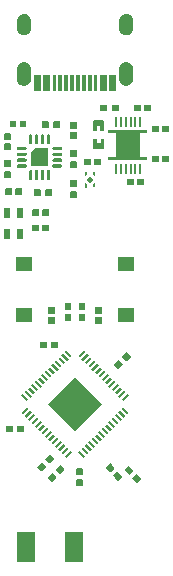
<source format=gtp>
G04 Layer: TopPasteMaskLayer*
G04 EasyEDA v6.5.50, 2025-05-29 20:10:11*
G04 51d2a156a5c9454999fc887beed5754f,29d699c3718f4358a2dc827e738e4458,10*
G04 Gerber Generator version 0.2*
G04 Scale: 100 percent, Rotated: No, Reflected: No *
G04 Dimensions in inches *
G04 leading zeros omitted , absolute positions ,3 integer and 6 decimal *
%FSLAX36Y36*%
%MOIN*%

%AMMACRO1*21,1,$1,$2,0,0,$3*%
%AMMACRO2*4,1,12,0.065,-0.05,-0.065,-0.05,-0.065,-0.04,-0.04,-0.04,-0.04,0.04,-0.065,0.04,-0.065,0.05,0.065,0.05,0.065,0.04,0.04,0.04,0.04,-0.04,0.065,-0.04,0.065,-0.05,0*%
%AMMACRO3*4,1,5,0.0039,-0.0079,-0.0039,-0.0079,-0.0039,0.002,0.002,0.0079,0.0039,0.0079,0.0039,-0.0079,0*%
%AMMACRO4*4,1,5,-0.0039,0.0079,0.0039,0.0079,0.0039,-0.002,-0.002,-0.0079,-0.0039,-0.0079,-0.0039,0.0079,0*%
%AMMACRO5*4,1,5,0.0039,0.0079,-0.0039,0.0079,-0.0039,-0.002,0.002,-0.0079,0.0039,-0.0079,0.0039,0.0079,0*%
%AMMACRO6*4,1,5,0.0039,-0.0089,-0.0039,-0.0089,-0.0039,0.0089,-0.002,0.0069,0.0039,0.001,0.0039,-0.0089,0*%
%ADD10MACRO1,0.0535X0.0484X0.0000*%
%ADD11R,0.0079X0.0335*%
%ADD12MACRO2*%
%ADD13R,0.0217X0.0335*%
%ADD14R,0.0591X0.1024*%
%ADD15MACRO1,0.0177X0.0177X45.0000*%
%ADD16MACRO3*%
%ADD17MACRO4*%
%ADD18MACRO5*%
%ADD19MACRO6*%
%ADD20C,0.0104*%

%LPD*%
G36*
X-137800Y123200D02*
G01*
X-137800Y72020D01*
X-114179Y72020D01*
X-114179Y123200D01*
G37*
G36*
X23620Y123200D02*
G01*
X23620Y72020D01*
X35420Y72020D01*
X35420Y123200D01*
G37*
G36*
X114160Y123200D02*
G01*
X114160Y72020D01*
X137780Y72020D01*
X137780Y123200D01*
G37*
G36*
X-15760Y123200D02*
G01*
X-15760Y72020D01*
X-3940Y72020D01*
X-3940Y123200D01*
G37*
G36*
X-74820Y123200D02*
G01*
X-74820Y72020D01*
X-63000Y72020D01*
X-63000Y123200D01*
G37*
G36*
X43300Y123200D02*
G01*
X43300Y72020D01*
X55100Y72020D01*
X55100Y123200D01*
G37*
G36*
X-55119Y123200D02*
G01*
X-55119Y72020D01*
X-43300Y72020D01*
X-43300Y123200D01*
G37*
G36*
X-35440Y123200D02*
G01*
X-35440Y72020D01*
X-23640Y72020D01*
X-23640Y123200D01*
G37*
G36*
X62980Y123200D02*
G01*
X62980Y72020D01*
X74800Y72020D01*
X74800Y123200D01*
G37*
G36*
X3920Y123200D02*
G01*
X3920Y72020D01*
X15740Y72020D01*
X15740Y123200D01*
G37*
G36*
X82660Y123200D02*
G01*
X82660Y72020D01*
X106280Y72020D01*
X106280Y123200D01*
G37*
G36*
X169680Y167220D02*
G01*
X167340Y167060D01*
X165020Y166640D01*
X162740Y166000D01*
X160560Y165140D01*
X158460Y164080D01*
X156480Y162800D01*
X154640Y161320D01*
X152960Y159680D01*
X151440Y157880D01*
X150120Y155940D01*
X148980Y153860D01*
X148080Y151700D01*
X147380Y149440D01*
X146920Y147140D01*
X146680Y144800D01*
X146640Y112120D01*
X146760Y109760D01*
X147120Y107440D01*
X147700Y105160D01*
X148500Y102940D01*
X149520Y100820D01*
X150760Y98820D01*
X152180Y96940D01*
X153780Y95200D01*
X155540Y93640D01*
X157460Y92280D01*
X159500Y91100D01*
X161640Y90120D01*
X163880Y89380D01*
X166160Y88859D01*
X168500Y88560D01*
X170859Y88500D01*
X173200Y88680D01*
X175520Y89080D01*
X177800Y89720D01*
X179980Y90580D01*
X182079Y91660D01*
X184060Y92940D01*
X185900Y94400D01*
X187580Y96060D01*
X189100Y97860D01*
X190420Y99800D01*
X191560Y101860D01*
X192460Y104040D01*
X193160Y106280D01*
X193619Y108600D01*
X193860Y110940D01*
X193900Y143620D01*
X193780Y145960D01*
X193420Y148300D01*
X192840Y150580D01*
X192040Y152780D01*
X191020Y154920D01*
X189780Y156920D01*
X188359Y158800D01*
X186759Y160520D01*
X185000Y162079D01*
X183080Y163460D01*
X181040Y164640D01*
X178900Y165600D01*
X176660Y166360D01*
X174380Y166880D01*
X172040Y167180D01*
G37*
G36*
X-170880Y167220D02*
G01*
X-173220Y167060D01*
X-175539Y166640D01*
X-177820Y166000D01*
X-180000Y165140D01*
X-182100Y164080D01*
X-184080Y162800D01*
X-185920Y161320D01*
X-187600Y159680D01*
X-189120Y157880D01*
X-190440Y155940D01*
X-191580Y153860D01*
X-192480Y151700D01*
X-193180Y149440D01*
X-193640Y147140D01*
X-193880Y144800D01*
X-193920Y112120D01*
X-193800Y109760D01*
X-193440Y107440D01*
X-192860Y105160D01*
X-192060Y102940D01*
X-191040Y100820D01*
X-189800Y98820D01*
X-188380Y96940D01*
X-186780Y95200D01*
X-185020Y93640D01*
X-183100Y92280D01*
X-181060Y91100D01*
X-178920Y90120D01*
X-176680Y89380D01*
X-174400Y88859D01*
X-172060Y88560D01*
X-169700Y88500D01*
X-167360Y88680D01*
X-165040Y89080D01*
X-162760Y89720D01*
X-160580Y90580D01*
X-158480Y91660D01*
X-156500Y92940D01*
X-154660Y94400D01*
X-152980Y96060D01*
X-151460Y97860D01*
X-150140Y99800D01*
X-149000Y101860D01*
X-148100Y104040D01*
X-147400Y106280D01*
X-146940Y108600D01*
X-146700Y110940D01*
X-146660Y143620D01*
X-146780Y145960D01*
X-147140Y148300D01*
X-147720Y150580D01*
X-148520Y152780D01*
X-149540Y154920D01*
X-150780Y156920D01*
X-152200Y158800D01*
X-153800Y160520D01*
X-155560Y162079D01*
X-157480Y163460D01*
X-159520Y164640D01*
X-161660Y165600D01*
X-163900Y166360D01*
X-166180Y166880D01*
X-168520Y167180D01*
G37*
G36*
X169680Y327860D02*
G01*
X167340Y327680D01*
X165020Y327260D01*
X162740Y326640D01*
X160560Y325780D01*
X158460Y324700D01*
X156480Y323420D01*
X154640Y321960D01*
X152960Y320300D01*
X151440Y318500D01*
X150120Y316560D01*
X148980Y314480D01*
X148080Y312320D01*
X147380Y310060D01*
X146920Y307760D01*
X146680Y305420D01*
X146640Y280620D01*
X146760Y278260D01*
X147120Y275940D01*
X147700Y273660D01*
X148500Y271440D01*
X149520Y269320D01*
X150760Y267320D01*
X152180Y265440D01*
X153780Y263700D01*
X155540Y262160D01*
X157460Y260780D01*
X159500Y259600D01*
X161640Y258619D01*
X163880Y257880D01*
X166160Y257360D01*
X168500Y257060D01*
X170859Y257000D01*
X173200Y257180D01*
X175520Y257580D01*
X177800Y258220D01*
X179980Y259080D01*
X182079Y260159D01*
X184060Y261439D01*
X185900Y262900D01*
X187580Y264560D01*
X189100Y266360D01*
X190420Y268300D01*
X191560Y270360D01*
X192460Y272540D01*
X193160Y274780D01*
X193619Y277100D01*
X193860Y279440D01*
X193900Y304240D01*
X193780Y306600D01*
X193420Y308920D01*
X192840Y311200D01*
X192040Y313420D01*
X191020Y315540D01*
X189780Y317540D01*
X188359Y319420D01*
X186759Y321140D01*
X185000Y322700D01*
X183080Y324080D01*
X181040Y325260D01*
X178900Y326220D01*
X176660Y326980D01*
X174380Y327500D01*
X172040Y327800D01*
G37*
G36*
X-170880Y327860D02*
G01*
X-173220Y327680D01*
X-175539Y327260D01*
X-177820Y326640D01*
X-180000Y325780D01*
X-182100Y324700D01*
X-184080Y323420D01*
X-185920Y321960D01*
X-187600Y320300D01*
X-189120Y318500D01*
X-190440Y316560D01*
X-191580Y314480D01*
X-192480Y312320D01*
X-193180Y310060D01*
X-193640Y307760D01*
X-193880Y305420D01*
X-193920Y280620D01*
X-193800Y278260D01*
X-193440Y275940D01*
X-192860Y273660D01*
X-192060Y271440D01*
X-191040Y269320D01*
X-189800Y267320D01*
X-188380Y265440D01*
X-186780Y263700D01*
X-185020Y262160D01*
X-183100Y260780D01*
X-181060Y259600D01*
X-178920Y258619D01*
X-176680Y257880D01*
X-174400Y257360D01*
X-172060Y257060D01*
X-169700Y257000D01*
X-167360Y257180D01*
X-165040Y257580D01*
X-162760Y258220D01*
X-160580Y259080D01*
X-158480Y260159D01*
X-156500Y261439D01*
X-154660Y262900D01*
X-152980Y264560D01*
X-151460Y266360D01*
X-150140Y268300D01*
X-149000Y270360D01*
X-148100Y272540D01*
X-147400Y274780D01*
X-146940Y277100D01*
X-146700Y279440D01*
X-146660Y304240D01*
X-146780Y306600D01*
X-147140Y308920D01*
X-147720Y311200D01*
X-148520Y313420D01*
X-149540Y315540D01*
X-150780Y317540D01*
X-152200Y319420D01*
X-153800Y321140D01*
X-155560Y322700D01*
X-157480Y324080D01*
X-159520Y325260D01*
X-161660Y326220D01*
X-163900Y326980D01*
X-166180Y327500D01*
X-168520Y327800D01*
G37*
G36*
X-106320Y123200D02*
G01*
X-106320Y72020D01*
X-82700Y72020D01*
X-82700Y123200D01*
G37*
G36*
X116039Y-1170260D02*
G01*
X102860Y-1182100D01*
X102720Y-1184880D01*
X115360Y-1198920D01*
X118680Y-1199660D01*
X131840Y-1187800D01*
X131460Y-1184440D01*
X118820Y-1170400D01*
G37*
G36*
X141320Y-1198340D02*
G01*
X128160Y-1210200D01*
X128539Y-1213560D01*
X141180Y-1227600D01*
X143960Y-1227740D01*
X157140Y-1215900D01*
X157280Y-1213120D01*
X144640Y-1199060D01*
G37*
G36*
X291880Y-144360D02*
G01*
X290320Y-145940D01*
X290320Y-164060D01*
X291880Y-165640D01*
X311600Y-165640D01*
X313180Y-164060D01*
X313180Y-145940D01*
X311600Y-144360D01*
G37*
G36*
X258400Y-144360D02*
G01*
X256820Y-145940D01*
X256820Y-164060D01*
X258400Y-165640D01*
X278120Y-165640D01*
X279680Y-164060D01*
X279680Y-145940D01*
X278120Y-144360D01*
G37*
G36*
X-16020Y-1127640D02*
G01*
X-34520Y-1146140D01*
X-28960Y-1151720D01*
X-10440Y-1133200D01*
G37*
G36*
X-93960Y-1049700D02*
G01*
X-112480Y-1068200D01*
X-106900Y-1073780D01*
X-88379Y-1055260D01*
G37*
G36*
X-82820Y-1060820D02*
G01*
X-101340Y-1079340D01*
X-95760Y-1084900D01*
X-77260Y-1066400D01*
G37*
G36*
X-160780Y-982880D02*
G01*
X-179280Y-1001400D01*
X-173720Y-1006960D01*
X-155200Y-988439D01*
G37*
G36*
X-27140Y-1116500D02*
G01*
X-45660Y-1135020D01*
X-40080Y-1140580D01*
X-21580Y-1122080D01*
G37*
G36*
X-105100Y-1038560D02*
G01*
X-123600Y-1057060D01*
X-118040Y-1062640D01*
X-99520Y-1044120D01*
G37*
G36*
X-38280Y-1105360D02*
G01*
X-56800Y-1123880D01*
X-51220Y-1129460D01*
X-32719Y-1110940D01*
G37*
G36*
X-116240Y-1027420D02*
G01*
X-134740Y-1045939D01*
X-129179Y-1051500D01*
X-110660Y-1032980D01*
G37*
G36*
X-49420Y-1094240D02*
G01*
X-67940Y-1112740D01*
X-62360Y-1118320D01*
X-43840Y-1099800D01*
G37*
G36*
X-127360Y-1016280D02*
G01*
X-145880Y-1034800D01*
X-140320Y-1040360D01*
X-121800Y-1021840D01*
G37*
G36*
X-71700Y-1071960D02*
G01*
X-90200Y-1090480D01*
X-84640Y-1096040D01*
X-66120Y-1077520D01*
G37*
G36*
X-149640Y-994020D02*
G01*
X-168140Y-1012520D01*
X-162580Y-1018100D01*
X-144060Y-999580D01*
G37*
G36*
X-60560Y-1083100D02*
G01*
X-79060Y-1101600D01*
X-73500Y-1107180D01*
X-54980Y-1088660D01*
G37*
G36*
X-138500Y-1005160D02*
G01*
X-157020Y-1023660D01*
X-151440Y-1029240D01*
X-132940Y-1010720D01*
G37*
G36*
X16000Y-1127640D02*
G01*
X10440Y-1133220D01*
X28960Y-1151720D01*
X34520Y-1146160D01*
G37*
G36*
X-173720Y-937920D02*
G01*
X-179280Y-943480D01*
X-160780Y-962000D01*
X-155200Y-956440D01*
G37*
G36*
X27140Y-1116500D02*
G01*
X21580Y-1122080D01*
X40080Y-1140580D01*
X45660Y-1135020D01*
G37*
G36*
X-162580Y-926780D02*
G01*
X-168140Y-932360D01*
X-149640Y-950860D01*
X-144060Y-945300D01*
G37*
G36*
X38280Y-1105360D02*
G01*
X32719Y-1110940D01*
X51220Y-1129460D01*
X56800Y-1123880D01*
G37*
G36*
X-151440Y-915639D02*
G01*
X-157020Y-921220D01*
X-138500Y-939720D01*
X-132940Y-934160D01*
G37*
G36*
X-140320Y-904520D02*
G01*
X-145880Y-910080D01*
X-127360Y-928600D01*
X-121800Y-923020D01*
G37*
G36*
X49400Y-1094240D02*
G01*
X43840Y-1099800D01*
X62360Y-1118320D01*
X67920Y-1112760D01*
G37*
G36*
X60540Y-1083100D02*
G01*
X54980Y-1088680D01*
X73500Y-1107180D01*
X79060Y-1101620D01*
G37*
G36*
X-129179Y-893379D02*
G01*
X-134740Y-898940D01*
X-116240Y-917460D01*
X-110660Y-911900D01*
G37*
G36*
X71680Y-1071960D02*
G01*
X66120Y-1077540D01*
X84620Y-1096040D01*
X90200Y-1090480D01*
G37*
G36*
X-118040Y-882240D02*
G01*
X-123600Y-887800D01*
X-105100Y-906320D01*
X-99520Y-900759D01*
G37*
G36*
X82820Y-1060820D02*
G01*
X77260Y-1066400D01*
X95760Y-1084900D01*
X101340Y-1079340D01*
G37*
G36*
X-106900Y-871100D02*
G01*
X-112480Y-876680D01*
X-93960Y-895180D01*
X-88379Y-889620D01*
G37*
G36*
X93960Y-1049700D02*
G01*
X88379Y-1055260D01*
X106900Y-1073780D01*
X112460Y-1068200D01*
G37*
G36*
X-95760Y-859960D02*
G01*
X-101340Y-865540D01*
X-82820Y-884040D01*
X-77260Y-878480D01*
G37*
G36*
X105079Y-1038560D02*
G01*
X99520Y-1044140D01*
X118040Y-1062640D01*
X123600Y-1057080D01*
G37*
G36*
X-84640Y-848840D02*
G01*
X-90200Y-854400D01*
X-71700Y-872920D01*
X-66120Y-867360D01*
G37*
G36*
X116220Y-1027420D02*
G01*
X110660Y-1033000D01*
X129160Y-1051500D01*
X134740Y-1045939D01*
G37*
G36*
X-73500Y-837700D02*
G01*
X-79060Y-843259D01*
X-60560Y-861780D01*
X-54980Y-856220D01*
G37*
G36*
X-62360Y-826560D02*
G01*
X-67940Y-832140D01*
X-49420Y-850639D01*
X-43860Y-845080D01*
G37*
G36*
X127360Y-1016280D02*
G01*
X121800Y-1021860D01*
X140300Y-1040360D01*
X145880Y-1034800D01*
G37*
G36*
X138500Y-1005160D02*
G01*
X132940Y-1010720D01*
X151440Y-1029240D01*
X157020Y-1023660D01*
G37*
G36*
X-51220Y-815420D02*
G01*
X-56800Y-821000D01*
X-38280Y-839500D01*
X-32719Y-833940D01*
G37*
G36*
X149640Y-994020D02*
G01*
X144060Y-999580D01*
X162580Y-1018100D01*
X168140Y-1012520D01*
G37*
G36*
X-40080Y-804300D02*
G01*
X-45660Y-809860D01*
X-27140Y-828379D01*
X-21580Y-822800D01*
G37*
G36*
X160760Y-982880D02*
G01*
X155200Y-988460D01*
X173720Y-1006960D01*
X179280Y-1001400D01*
G37*
G36*
X-28960Y-793160D02*
G01*
X-34520Y-798720D01*
X-16020Y-817240D01*
X-10440Y-811680D01*
G37*
G36*
X28960Y-793160D02*
G01*
X10440Y-811660D01*
X16000Y-817240D01*
X34520Y-798720D01*
G37*
G36*
X106900Y-871100D02*
G01*
X88379Y-889620D01*
X93960Y-895180D01*
X112480Y-876680D01*
G37*
G36*
X95760Y-859960D02*
G01*
X77260Y-878480D01*
X82820Y-884040D01*
X101340Y-865540D01*
G37*
G36*
X173720Y-937920D02*
G01*
X155200Y-956420D01*
X160760Y-962000D01*
X179280Y-943480D01*
G37*
G36*
X40080Y-804300D02*
G01*
X21580Y-822800D01*
X27140Y-828379D01*
X45660Y-809860D01*
G37*
G36*
X118040Y-882240D02*
G01*
X99520Y-900740D01*
X105079Y-906320D01*
X123600Y-887800D01*
G37*
G36*
X51220Y-815420D02*
G01*
X32719Y-833940D01*
X38280Y-839500D01*
X56800Y-821000D01*
G37*
G36*
X129160Y-893379D02*
G01*
X110660Y-911880D01*
X116220Y-917460D01*
X134740Y-898940D01*
G37*
G36*
X62360Y-826560D02*
G01*
X43840Y-845080D01*
X49420Y-850639D01*
X67920Y-832120D01*
G37*
G36*
X140300Y-904500D02*
G01*
X121800Y-923020D01*
X127360Y-928580D01*
X145880Y-910080D01*
G37*
G36*
X84620Y-848840D02*
G01*
X66120Y-867340D01*
X71680Y-872920D01*
X90200Y-854400D01*
G37*
G36*
X162580Y-926780D02*
G01*
X144060Y-945300D01*
X149640Y-950860D01*
X168140Y-932360D01*
G37*
G36*
X73500Y-837700D02*
G01*
X54980Y-856200D01*
X60540Y-861780D01*
X79060Y-843259D01*
G37*
G36*
X151440Y-915639D02*
G01*
X132940Y-934160D01*
X138500Y-939720D01*
X157020Y-921220D01*
G37*
G36*
X0Y-883360D02*
G01*
X-89100Y-972440D01*
X0Y-1061520D01*
X89080Y-972440D01*
G37*
G36*
X-115360Y-764760D02*
G01*
X-117320Y-766720D01*
X-117320Y-784440D01*
X-115360Y-786420D01*
X-96460Y-786420D01*
X-93699Y-784440D01*
X-93699Y-766720D01*
X-96460Y-764760D01*
G37*
G36*
X-76780Y-764760D02*
G01*
X-79520Y-766720D01*
X-79520Y-784440D01*
X-76780Y-786420D01*
X-57880Y-786420D01*
X-55900Y-784440D01*
X-55900Y-766720D01*
X-57880Y-764760D01*
G37*
G36*
X63000Y-88379D02*
G01*
X61020Y-90360D01*
X61020Y-121860D01*
X63000Y-123820D01*
X94480Y-123820D01*
X96460Y-121860D01*
X96460Y-90360D01*
X94480Y-88379D01*
X85520Y-88379D01*
X85520Y-102960D01*
X72520Y-102960D01*
X72520Y-88379D01*
G37*
G36*
X63000Y-25780D02*
G01*
X61020Y-27759D01*
X61020Y-59260D01*
X63000Y-61220D01*
X71960Y-61220D01*
X71960Y-46660D01*
X84960Y-46660D01*
X84960Y-61220D01*
X94480Y-61220D01*
X96460Y-59260D01*
X96460Y-27759D01*
X94480Y-25780D01*
G37*
G36*
X-147780Y-73820D02*
G01*
X-148700Y-73920D01*
X-149840Y-74280D01*
X-150660Y-74720D01*
X-151580Y-75480D01*
X-152340Y-76440D01*
X-152840Y-77540D01*
X-153120Y-78720D01*
X-153140Y-102080D01*
X-152940Y-103280D01*
X-152340Y-104660D01*
X-151800Y-105399D01*
X-150660Y-106380D01*
X-149280Y-107040D01*
X-148100Y-107260D01*
X-147480Y-107280D01*
X-146280Y-107120D01*
X-145140Y-106679D01*
X-143900Y-105820D01*
X-143100Y-104920D01*
X-142640Y-104120D01*
X-142260Y-102980D01*
X-142160Y-102380D01*
X-142160Y-78720D01*
X-142420Y-77540D01*
X-142940Y-76440D01*
X-143680Y-75480D01*
X-144880Y-74560D01*
X-146000Y-74080D01*
X-146580Y-73920D01*
G37*
G36*
X-108420Y-73820D02*
G01*
X-109320Y-73920D01*
X-110480Y-74280D01*
X-111760Y-75080D01*
X-112620Y-75940D01*
X-113240Y-76980D01*
X-113640Y-78120D01*
X-113780Y-79340D01*
X-113740Y-102380D01*
X-113480Y-103560D01*
X-112800Y-104920D01*
X-112000Y-105820D01*
X-110760Y-106679D01*
X-109620Y-107120D01*
X-108420Y-107280D01*
X-107200Y-107180D01*
X-106060Y-106820D01*
X-104760Y-106020D01*
X-104100Y-105399D01*
X-103560Y-104660D01*
X-102960Y-103280D01*
X-102760Y-102080D01*
X-102780Y-78720D01*
X-103059Y-77540D01*
X-103560Y-76440D01*
X-104320Y-75480D01*
X-105500Y-74560D01*
X-106340Y-74160D01*
X-106920Y-73980D01*
G37*
G36*
X-128100Y-73820D02*
G01*
X-129000Y-73920D01*
X-130160Y-74280D01*
X-131440Y-75080D01*
X-132300Y-75940D01*
X-132940Y-76980D01*
X-133320Y-78120D01*
X-133460Y-79340D01*
X-133420Y-102380D01*
X-133160Y-103560D01*
X-132940Y-104120D01*
X-132480Y-104920D01*
X-131680Y-105820D01*
X-130440Y-106679D01*
X-129300Y-107120D01*
X-128100Y-107280D01*
X-126880Y-107180D01*
X-125740Y-106820D01*
X-124920Y-106380D01*
X-123780Y-105399D01*
X-123240Y-104660D01*
X-122640Y-103280D01*
X-122440Y-102080D01*
X-122460Y-78720D01*
X-122739Y-77540D01*
X-123240Y-76440D01*
X-124000Y-75480D01*
X-124920Y-74720D01*
X-125740Y-74280D01*
X-126880Y-73920D01*
G37*
G36*
X-88720Y-73820D02*
G01*
X-89920Y-73980D01*
X-90500Y-74160D01*
X-91340Y-74560D01*
X-92080Y-75080D01*
X-92739Y-75720D01*
X-93420Y-76700D01*
X-93880Y-77840D01*
X-94080Y-79020D01*
X-94060Y-102380D01*
X-93960Y-102980D01*
X-93420Y-104400D01*
X-93100Y-104920D01*
X-92520Y-105620D01*
X-91840Y-106220D01*
X-90500Y-106940D01*
X-89340Y-107240D01*
X-87820Y-107240D01*
X-86940Y-107040D01*
X-85820Y-106540D01*
X-85320Y-106220D01*
X-84620Y-105620D01*
X-83720Y-104400D01*
X-83280Y-103280D01*
X-83140Y-102680D01*
X-83059Y-101780D01*
X-83080Y-79020D01*
X-83280Y-77840D01*
X-83720Y-76700D01*
X-84420Y-75720D01*
X-84840Y-75280D01*
X-86080Y-74420D01*
X-87220Y-73980D01*
G37*
G36*
X-70580Y-114560D02*
G01*
X-71780Y-114760D01*
X-72620Y-115079D01*
X-73420Y-115540D01*
X-74520Y-116560D01*
X-75200Y-117579D01*
X-75540Y-118420D01*
X-75740Y-119320D01*
X-75780Y-120220D01*
X-75620Y-121420D01*
X-75200Y-122560D01*
X-74520Y-123580D01*
X-73420Y-124600D01*
X-72620Y-125060D01*
X-71780Y-125380D01*
X-70580Y-125580D01*
X-47220Y-125540D01*
X-46340Y-125380D01*
X-45220Y-124920D01*
X-44700Y-124600D01*
X-43580Y-123580D01*
X-42920Y-122560D01*
X-42580Y-121720D01*
X-42340Y-120520D01*
X-42320Y-119920D01*
X-42420Y-119019D01*
X-42779Y-117860D01*
X-43400Y-116800D01*
X-44440Y-115719D01*
X-45480Y-115079D01*
X-46620Y-114700D01*
X-47220Y-114600D01*
G37*
G36*
X-188680Y-114560D02*
G01*
X-189880Y-114760D01*
X-191000Y-115220D01*
X-191520Y-115540D01*
X-192640Y-116560D01*
X-193299Y-117579D01*
X-193640Y-118420D01*
X-193880Y-119620D01*
X-193900Y-120220D01*
X-193800Y-121120D01*
X-193440Y-122280D01*
X-192820Y-123340D01*
X-191780Y-124420D01*
X-190740Y-125060D01*
X-189579Y-125460D01*
X-189000Y-125540D01*
X-165640Y-125580D01*
X-164440Y-125380D01*
X-163600Y-125060D01*
X-162800Y-124600D01*
X-161880Y-123800D01*
X-161180Y-122820D01*
X-160780Y-122000D01*
X-160600Y-121420D01*
X-160440Y-120220D01*
X-160479Y-119320D01*
X-160680Y-118420D01*
X-161020Y-117579D01*
X-161680Y-116560D01*
X-162560Y-115719D01*
X-163320Y-115220D01*
X-163880Y-114960D01*
X-165040Y-114640D01*
X-165640Y-114560D01*
G37*
G36*
X-70280Y-134240D02*
G01*
X-71180Y-134320D01*
X-72620Y-134780D01*
X-73160Y-135060D01*
X-73900Y-135600D01*
X-74720Y-136500D01*
X-75320Y-137540D01*
X-75540Y-138120D01*
X-75740Y-139000D01*
X-75780Y-139920D01*
X-75620Y-141120D01*
X-75200Y-142240D01*
X-74320Y-143500D01*
X-73420Y-144300D01*
X-72060Y-144980D01*
X-70880Y-145240D01*
X-47220Y-145240D01*
X-46040Y-144980D01*
X-44700Y-144300D01*
X-44000Y-143720D01*
X-43060Y-142520D01*
X-42580Y-141400D01*
X-42420Y-140820D01*
X-42320Y-139920D01*
X-42340Y-139300D01*
X-42680Y-137820D01*
X-43220Y-136740D01*
X-43780Y-136020D01*
X-44700Y-135240D01*
X-46040Y-134540D01*
X-47220Y-134280D01*
G37*
G36*
X-188380Y-134240D02*
G01*
X-189579Y-134380D01*
X-190740Y-134780D01*
X-191780Y-135420D01*
X-192640Y-136260D01*
X-193440Y-137540D01*
X-193800Y-138700D01*
X-193900Y-139600D01*
X-193880Y-140220D01*
X-193540Y-141700D01*
X-193000Y-142780D01*
X-192440Y-143500D01*
X-191780Y-144120D01*
X-190740Y-144740D01*
X-189579Y-145140D01*
X-188380Y-145280D01*
X-165340Y-145240D01*
X-164160Y-144980D01*
X-162800Y-144300D01*
X-161880Y-143500D01*
X-161320Y-142780D01*
X-160780Y-141700D01*
X-160600Y-141120D01*
X-160440Y-139920D01*
X-160479Y-139000D01*
X-160680Y-138120D01*
X-161180Y-137000D01*
X-161680Y-136260D01*
X-162800Y-135240D01*
X-164160Y-134540D01*
X-165340Y-134280D01*
G37*
G36*
X-70280Y-153920D02*
G01*
X-71180Y-154000D01*
X-72620Y-154460D01*
X-73160Y-154740D01*
X-73900Y-155280D01*
X-74880Y-156420D01*
X-75440Y-157500D01*
X-75620Y-158080D01*
X-75780Y-159280D01*
X-75740Y-160200D01*
X-75540Y-161080D01*
X-75200Y-161940D01*
X-74720Y-162700D01*
X-74120Y-163400D01*
X-73160Y-164140D01*
X-71780Y-164740D01*
X-71180Y-164880D01*
X-70280Y-164960D01*
X-47539Y-164940D01*
X-46340Y-164740D01*
X-44940Y-164140D01*
X-44440Y-163800D01*
X-43780Y-163180D01*
X-42920Y-161940D01*
X-42500Y-160799D01*
X-42340Y-159900D01*
X-42320Y-159280D01*
X-42420Y-158380D01*
X-42779Y-157220D01*
X-43580Y-155940D01*
X-44440Y-155100D01*
X-45480Y-154460D01*
X-46920Y-154000D01*
X-47539Y-153940D01*
G37*
G36*
X-188380Y-153920D02*
G01*
X-189579Y-154060D01*
X-190740Y-154460D01*
X-191780Y-155100D01*
X-192640Y-155940D01*
X-193440Y-157220D01*
X-193800Y-158380D01*
X-193900Y-159280D01*
X-193880Y-159900D01*
X-193540Y-161380D01*
X-193000Y-162460D01*
X-192440Y-163180D01*
X-191780Y-163800D01*
X-190740Y-164420D01*
X-189579Y-164820D01*
X-188380Y-164960D01*
X-165340Y-164920D01*
X-164160Y-164660D01*
X-162800Y-163980D01*
X-161880Y-163180D01*
X-161020Y-161940D01*
X-160680Y-161080D01*
X-160479Y-160200D01*
X-160440Y-159280D01*
X-160600Y-158080D01*
X-161020Y-156960D01*
X-161320Y-156420D01*
X-161880Y-155700D01*
X-163060Y-154740D01*
X-164440Y-154140D01*
X-165040Y-154000D01*
X-165940Y-153920D01*
G37*
G36*
X-70580Y-173619D02*
G01*
X-71780Y-173820D01*
X-72620Y-174140D01*
X-73420Y-174600D01*
X-74520Y-175620D01*
X-75200Y-176640D01*
X-75540Y-177480D01*
X-75740Y-178380D01*
X-75780Y-179280D01*
X-75620Y-180479D01*
X-75200Y-181620D01*
X-74520Y-182640D01*
X-73420Y-183660D01*
X-72620Y-184120D01*
X-71780Y-184440D01*
X-70580Y-184640D01*
X-47220Y-184600D01*
X-46340Y-184440D01*
X-45220Y-183980D01*
X-44700Y-183660D01*
X-43580Y-182640D01*
X-42920Y-181620D01*
X-42580Y-180780D01*
X-42340Y-179579D01*
X-42320Y-178980D01*
X-42420Y-178080D01*
X-42779Y-176920D01*
X-43400Y-175859D01*
X-44440Y-174780D01*
X-45480Y-174140D01*
X-46620Y-173760D01*
X-47220Y-173660D01*
G37*
G36*
X-188680Y-173619D02*
G01*
X-189880Y-173820D01*
X-191000Y-174280D01*
X-191520Y-174600D01*
X-192640Y-175620D01*
X-193299Y-176640D01*
X-193640Y-177480D01*
X-193880Y-178680D01*
X-193900Y-179280D01*
X-193800Y-180180D01*
X-193440Y-181340D01*
X-192820Y-182399D01*
X-191780Y-183480D01*
X-190740Y-184120D01*
X-189579Y-184520D01*
X-189000Y-184600D01*
X-165640Y-184640D01*
X-164440Y-184440D01*
X-163600Y-184120D01*
X-162800Y-183660D01*
X-161880Y-182860D01*
X-161180Y-181880D01*
X-160780Y-181060D01*
X-160600Y-180479D01*
X-160440Y-179280D01*
X-160479Y-178380D01*
X-160680Y-177480D01*
X-161020Y-176640D01*
X-161680Y-175620D01*
X-162560Y-174780D01*
X-163320Y-174280D01*
X-163880Y-174020D01*
X-165040Y-173700D01*
X-165640Y-173619D01*
G37*
G36*
X-89019Y-191940D02*
G01*
X-90220Y-192180D01*
X-91600Y-192820D01*
X-92300Y-193380D01*
X-93100Y-194300D01*
X-93560Y-195080D01*
X-93960Y-196240D01*
X-94060Y-196840D01*
X-94080Y-220180D01*
X-93880Y-221380D01*
X-93280Y-222760D01*
X-92739Y-223500D01*
X-92080Y-224140D01*
X-91340Y-224660D01*
X-89920Y-225219D01*
X-88720Y-225400D01*
X-88120Y-225380D01*
X-86640Y-225040D01*
X-85820Y-224660D01*
X-84620Y-223720D01*
X-83720Y-222500D01*
X-83460Y-221960D01*
X-83100Y-220479D01*
X-83059Y-197440D01*
X-83140Y-196540D01*
X-83460Y-195360D01*
X-84220Y-194060D01*
X-85079Y-193180D01*
X-85820Y-192659D01*
X-87220Y-192100D01*
X-88120Y-191940D01*
G37*
G36*
X-128400Y-191940D02*
G01*
X-129880Y-192280D01*
X-130700Y-192659D01*
X-131900Y-193600D01*
X-132800Y-194820D01*
X-133240Y-195940D01*
X-133380Y-196540D01*
X-133460Y-197440D01*
X-133420Y-220479D01*
X-133060Y-221960D01*
X-132300Y-223260D01*
X-131440Y-224140D01*
X-130700Y-224660D01*
X-129300Y-225219D01*
X-128400Y-225380D01*
X-127800Y-225400D01*
X-126880Y-225300D01*
X-125460Y-224800D01*
X-124920Y-224500D01*
X-124220Y-223939D01*
X-123420Y-223020D01*
X-122960Y-222240D01*
X-122560Y-221080D01*
X-122460Y-220479D01*
X-122440Y-197140D01*
X-122640Y-195940D01*
X-123240Y-194560D01*
X-123780Y-193820D01*
X-124440Y-193180D01*
X-125180Y-192659D01*
X-126600Y-192100D01*
X-127180Y-191980D01*
G37*
G36*
X-108720Y-191940D02*
G01*
X-110200Y-192280D01*
X-111020Y-192659D01*
X-112220Y-193600D01*
X-113120Y-194820D01*
X-113560Y-195940D01*
X-113699Y-196540D01*
X-113780Y-197440D01*
X-113740Y-220479D01*
X-113379Y-221960D01*
X-112620Y-223260D01*
X-111760Y-224140D01*
X-111020Y-224660D01*
X-109620Y-225219D01*
X-108720Y-225380D01*
X-108120Y-225400D01*
X-107200Y-225300D01*
X-105780Y-224800D01*
X-104760Y-224140D01*
X-104100Y-223500D01*
X-103560Y-222760D01*
X-102960Y-221380D01*
X-102760Y-220180D01*
X-102780Y-196840D01*
X-103059Y-195660D01*
X-103280Y-195080D01*
X-103740Y-194300D01*
X-104540Y-193380D01*
X-105500Y-192659D01*
X-106920Y-192100D01*
X-107500Y-191980D01*
G37*
G36*
X-148100Y-191940D02*
G01*
X-149280Y-192180D01*
X-150660Y-192820D01*
X-151360Y-193380D01*
X-152160Y-194300D01*
X-152620Y-195080D01*
X-153020Y-196240D01*
X-153120Y-196840D01*
X-153140Y-220180D01*
X-152940Y-221380D01*
X-152340Y-222760D01*
X-151800Y-223500D01*
X-151140Y-224140D01*
X-150400Y-224660D01*
X-148980Y-225219D01*
X-148100Y-225380D01*
X-147480Y-225400D01*
X-146580Y-225300D01*
X-145140Y-224800D01*
X-143900Y-223939D01*
X-143100Y-223020D01*
X-142640Y-222240D01*
X-142200Y-220780D01*
X-142120Y-219880D01*
X-142160Y-196840D01*
X-142420Y-195660D01*
X-142640Y-195080D01*
X-143480Y-193820D01*
X-143900Y-193380D01*
X-145140Y-192520D01*
X-146000Y-192180D01*
X-146880Y-191980D01*
G37*
G36*
X-134440Y-120079D02*
G01*
X-147640Y-133260D01*
X-147640Y-179140D01*
X-88580Y-179140D01*
X-88580Y-120079D01*
G37*
G36*
X124840Y25820D02*
G01*
X122080Y23860D01*
X122080Y6140D01*
X124840Y4180D01*
X143740Y4180D01*
X145700Y6140D01*
X145700Y23860D01*
X143740Y25820D01*
G37*
G36*
X86260Y25820D02*
G01*
X84300Y23860D01*
X84300Y6140D01*
X86260Y4180D01*
X105160Y4180D01*
X107920Y6140D01*
X107920Y23860D01*
X105160Y25820D01*
G37*
G36*
X-135040Y-256880D02*
G01*
X-137000Y-258860D01*
X-137000Y-276580D01*
X-135040Y-278540D01*
X-116140Y-278540D01*
X-113379Y-276580D01*
X-113379Y-258860D01*
X-116140Y-256880D01*
G37*
G36*
X-96460Y-256880D02*
G01*
X-99220Y-258860D01*
X-99220Y-276580D01*
X-96460Y-278540D01*
X-77560Y-278540D01*
X-75600Y-276580D01*
X-75600Y-258860D01*
X-77560Y-256880D01*
G37*
G36*
X-108740Y-29180D02*
G01*
X-110700Y-31140D01*
X-110700Y-48860D01*
X-108740Y-50820D01*
X-89840Y-50820D01*
X-87080Y-48860D01*
X-87080Y-31140D01*
X-89840Y-29180D01*
G37*
G36*
X-70160Y-29180D02*
G01*
X-72920Y-31140D01*
X-72920Y-48860D01*
X-70160Y-50820D01*
X-51260Y-50820D01*
X-49300Y-48860D01*
X-49300Y-31140D01*
X-51260Y-29180D01*
G37*
G36*
X207680Y-221660D02*
G01*
X206100Y-223220D01*
X206100Y-241340D01*
X207680Y-242920D01*
X227380Y-242920D01*
X228960Y-241340D01*
X228960Y-223220D01*
X227380Y-221660D01*
G37*
G36*
X174180Y-221660D02*
G01*
X172620Y-223220D01*
X172620Y-241340D01*
X174180Y-242920D01*
X193900Y-242920D01*
X195479Y-241340D01*
X195479Y-223220D01*
X193900Y-221660D01*
G37*
G36*
X231880Y25640D02*
G01*
X230320Y24060D01*
X230320Y5940D01*
X231880Y4360D01*
X251600Y4360D01*
X253180Y5940D01*
X253180Y24060D01*
X251600Y25640D01*
G37*
G36*
X198400Y25640D02*
G01*
X196820Y24060D01*
X196820Y5940D01*
X198400Y4360D01*
X218120Y4360D01*
X219680Y5940D01*
X219680Y24060D01*
X218120Y25640D01*
G37*
G36*
X6879Y-1223620D02*
G01*
X4920Y-1226380D01*
X4920Y-1245280D01*
X6879Y-1247240D01*
X24600Y-1247240D01*
X26580Y-1245280D01*
X26580Y-1226380D01*
X24600Y-1223620D01*
G37*
G36*
X6879Y-1185820D02*
G01*
X4920Y-1187800D01*
X4920Y-1206700D01*
X6879Y-1209440D01*
X24600Y-1209440D01*
X26580Y-1206700D01*
X26580Y-1187800D01*
X24600Y-1185820D01*
G37*
G36*
X-13859Y-162079D02*
G01*
X-15820Y-164840D01*
X-15820Y-183740D01*
X-13859Y-185700D01*
X3860Y-185700D01*
X5820Y-183740D01*
X5820Y-164840D01*
X3860Y-162079D01*
G37*
G36*
X-13859Y-124300D02*
G01*
X-15820Y-126260D01*
X-15820Y-145160D01*
X-13859Y-147920D01*
X3860Y-147920D01*
X5820Y-145160D01*
X5820Y-126260D01*
X3860Y-124300D01*
G37*
G36*
X14760Y-634600D02*
G01*
X12780Y-636560D01*
X12780Y-655460D01*
X14760Y-658220D01*
X32480Y-658220D01*
X34440Y-655460D01*
X34440Y-636560D01*
X32480Y-634600D01*
G37*
G36*
X14760Y-672400D02*
G01*
X12780Y-675160D01*
X12780Y-694040D01*
X14760Y-696020D01*
X32480Y-696020D01*
X34440Y-694040D01*
X34440Y-675160D01*
X32480Y-672400D01*
G37*
G36*
X-32480Y-634600D02*
G01*
X-34460Y-636560D01*
X-34460Y-655460D01*
X-32480Y-658220D01*
X-14780Y-658220D01*
X-12800Y-655460D01*
X-12800Y-636560D01*
X-14780Y-634600D01*
G37*
G36*
X-32480Y-672400D02*
G01*
X-34460Y-675160D01*
X-34460Y-694040D01*
X-32480Y-696020D01*
X-14780Y-696020D01*
X-12800Y-694040D01*
X-12800Y-675160D01*
X-14780Y-672400D01*
G37*
G36*
X-229520Y-1044280D02*
G01*
X-231500Y-1046260D01*
X-231500Y-1063980D01*
X-229520Y-1065940D01*
X-210640Y-1065940D01*
X-207880Y-1063980D01*
X-207880Y-1046260D01*
X-210640Y-1044280D01*
G37*
G36*
X-190940Y-1044280D02*
G01*
X-193700Y-1046260D01*
X-193700Y-1063980D01*
X-190940Y-1065940D01*
X-172040Y-1065940D01*
X-170080Y-1063980D01*
X-170080Y-1046260D01*
X-172040Y-1044280D01*
G37*
G36*
X-13859Y-262079D02*
G01*
X-15820Y-264840D01*
X-15820Y-283740D01*
X-13859Y-285700D01*
X3860Y-285700D01*
X5820Y-283740D01*
X5820Y-264840D01*
X3860Y-262079D01*
G37*
G36*
X-13859Y-224300D02*
G01*
X-15820Y-226260D01*
X-15820Y-245159D01*
X-13859Y-247920D01*
X3860Y-247920D01*
X5820Y-245159D01*
X5820Y-226260D01*
X3860Y-224300D01*
G37*
G36*
X-233260Y-158260D02*
G01*
X-235240Y-160240D01*
X-235240Y-179140D01*
X-233260Y-181880D01*
X-215539Y-181880D01*
X-213580Y-179140D01*
X-213580Y-160240D01*
X-215539Y-158260D01*
G37*
G36*
X-233260Y-196060D02*
G01*
X-235240Y-198820D01*
X-235240Y-217719D01*
X-233260Y-219680D01*
X-215539Y-219680D01*
X-213580Y-217719D01*
X-213580Y-198820D01*
X-215539Y-196060D01*
G37*
G36*
X-109700Y-1168040D02*
G01*
X-113040Y-1168600D01*
X-126400Y-1181960D01*
X-126400Y-1184740D01*
X-113880Y-1197260D01*
X-111100Y-1197260D01*
X-97739Y-1183900D01*
X-97180Y-1180560D01*
G37*
G36*
X-85760Y-1141320D02*
G01*
X-99120Y-1154680D01*
X-99680Y-1158020D01*
X-87160Y-1170540D01*
X-83820Y-1169980D01*
X-70440Y-1156620D01*
X-70440Y-1153840D01*
X-82980Y-1141320D01*
G37*
G36*
X178520Y-1178380D02*
G01*
X165560Y-1190460D01*
X165479Y-1193240D01*
X178359Y-1207060D01*
X181680Y-1207740D01*
X194640Y-1195640D01*
X194200Y-1192300D01*
X181300Y-1178480D01*
G37*
G36*
X204300Y-1206020D02*
G01*
X191340Y-1218100D01*
X191780Y-1221460D01*
X204680Y-1235280D01*
X207460Y-1235380D01*
X220420Y-1223300D01*
X220500Y-1220500D01*
X207620Y-1206680D01*
G37*
G36*
X146200Y-825520D02*
G01*
X142860Y-826080D01*
X129500Y-839440D01*
X129500Y-842220D01*
X142020Y-854740D01*
X144820Y-854740D01*
X158180Y-841380D01*
X158740Y-838040D01*
G37*
G36*
X170140Y-798800D02*
G01*
X156780Y-812159D01*
X156220Y-815500D01*
X168760Y-828020D01*
X172100Y-827460D01*
X185460Y-814100D01*
X185460Y-811320D01*
X172940Y-798800D01*
G37*
G36*
X-50320Y-1176740D02*
G01*
X-63680Y-1190100D01*
X-64240Y-1193440D01*
X-51720Y-1205980D01*
X-48380Y-1205420D01*
X-35020Y-1192060D01*
X-35020Y-1189280D01*
X-47539Y-1176740D01*
G37*
G36*
X-74260Y-1203460D02*
G01*
X-77600Y-1204020D01*
X-90960Y-1217380D01*
X-90960Y-1220180D01*
X-78440Y-1232700D01*
X-75660Y-1232700D01*
X-62300Y-1219340D01*
X-61740Y-1216000D01*
G37*
G36*
X291880Y-44360D02*
G01*
X290320Y-45940D01*
X290320Y-64060D01*
X291880Y-65640D01*
X311600Y-65640D01*
X313180Y-64060D01*
X313180Y-45940D01*
X311600Y-44360D01*
G37*
G36*
X258400Y-44360D02*
G01*
X256820Y-45940D01*
X256820Y-64060D01*
X258400Y-65640D01*
X278120Y-65640D01*
X279680Y-64060D01*
X279680Y-45940D01*
X278120Y-44360D01*
G37*
G36*
X32460Y-154720D02*
G01*
X30880Y-156300D01*
X30880Y-174400D01*
X32460Y-175980D01*
X52160Y-175980D01*
X53740Y-174400D01*
X53740Y-156300D01*
X52160Y-154720D01*
G37*
G36*
X65940Y-154720D02*
G01*
X64360Y-156300D01*
X64360Y-174400D01*
X65940Y-175980D01*
X85660Y-175980D01*
X87220Y-174400D01*
X87220Y-156300D01*
X85660Y-154720D01*
G37*
G36*
X-140780Y-375200D02*
G01*
X-142340Y-376780D01*
X-142340Y-394880D01*
X-140780Y-396460D01*
X-121060Y-396460D01*
X-119480Y-394880D01*
X-119480Y-376780D01*
X-121060Y-375200D01*
G37*
G36*
X-107280Y-375200D02*
G01*
X-108859Y-376780D01*
X-108859Y-394880D01*
X-107280Y-396460D01*
X-87579Y-396460D01*
X-86000Y-394880D01*
X-86000Y-376780D01*
X-87579Y-375200D01*
G37*
G36*
X-183120Y-29360D02*
G01*
X-184680Y-30940D01*
X-184680Y-49060D01*
X-183120Y-50640D01*
X-163400Y-50640D01*
X-161820Y-49060D01*
X-161820Y-30940D01*
X-163400Y-29360D01*
G37*
G36*
X-216600Y-29360D02*
G01*
X-218180Y-30940D01*
X-218180Y-49060D01*
X-216600Y-50640D01*
X-196880Y-50640D01*
X-195320Y-49060D01*
X-195320Y-30940D01*
X-196880Y-29360D01*
G37*
G36*
X-14060Y-65320D02*
G01*
X-15640Y-66880D01*
X-15640Y-86600D01*
X-14060Y-88180D01*
X4060Y-88180D01*
X5639Y-86600D01*
X5639Y-66880D01*
X4060Y-65320D01*
G37*
G36*
X-14060Y-31820D02*
G01*
X-15640Y-33400D01*
X-15640Y-53120D01*
X-14060Y-54680D01*
X4060Y-54680D01*
X5639Y-53120D01*
X5639Y-33400D01*
X4060Y-31820D01*
G37*
G36*
X69680Y-648940D02*
G01*
X68100Y-650520D01*
X68100Y-670240D01*
X69680Y-671800D01*
X87780Y-671800D01*
X89360Y-670240D01*
X89360Y-650520D01*
X87780Y-648940D01*
G37*
G36*
X69680Y-682440D02*
G01*
X68100Y-684020D01*
X68100Y-703720D01*
X69680Y-705300D01*
X87780Y-705300D01*
X89360Y-703720D01*
X89360Y-684020D01*
X87780Y-682440D01*
G37*
G36*
X-233460Y-103740D02*
G01*
X-235040Y-105320D01*
X-235040Y-125020D01*
X-233460Y-126600D01*
X-215360Y-126600D01*
X-213780Y-125020D01*
X-213780Y-105320D01*
X-215360Y-103740D01*
G37*
G36*
X-233460Y-70260D02*
G01*
X-235040Y-71820D01*
X-235040Y-91540D01*
X-233460Y-93120D01*
X-215360Y-93120D01*
X-213780Y-91540D01*
X-213780Y-71820D01*
X-215360Y-70260D01*
G37*
G36*
X-197840Y-253140D02*
G01*
X-199400Y-254720D01*
X-199400Y-272840D01*
X-197840Y-274400D01*
X-178120Y-274400D01*
X-176540Y-272840D01*
X-176540Y-254720D01*
X-178120Y-253140D01*
G37*
G36*
X-231320Y-253140D02*
G01*
X-232900Y-254720D01*
X-232900Y-272840D01*
X-231320Y-274400D01*
X-211620Y-274400D01*
X-210040Y-272840D01*
X-210040Y-254720D01*
X-211620Y-253140D01*
G37*
G36*
X-87800Y-682440D02*
G01*
X-89380Y-684020D01*
X-89380Y-703720D01*
X-87800Y-705300D01*
X-69700Y-705300D01*
X-68120Y-703720D01*
X-68120Y-684020D01*
X-69700Y-682440D01*
G37*
G36*
X-87800Y-648940D02*
G01*
X-89380Y-650520D01*
X-89380Y-670240D01*
X-87800Y-671800D01*
X-69700Y-671800D01*
X-68120Y-670240D01*
X-68120Y-650520D01*
X-69700Y-648940D01*
G37*
G36*
X-140780Y-324020D02*
G01*
X-142340Y-325600D01*
X-142340Y-343700D01*
X-140780Y-345280D01*
X-121060Y-345280D01*
X-119480Y-343700D01*
X-119480Y-325600D01*
X-121060Y-324020D01*
G37*
G36*
X-107280Y-324020D02*
G01*
X-108859Y-325600D01*
X-108859Y-343700D01*
X-107280Y-345280D01*
X-87579Y-345280D01*
X-86000Y-343700D01*
X-86000Y-325600D01*
X-87579Y-324020D01*
G37*
D10*
G01*
X-169000Y-504976D03*
G01*
X-169000Y-677023D03*
G01*
X169600Y-504976D03*
G01*
X169600Y-677023D03*
D11*
G01*
X216529Y-187989D03*
G01*
X200790Y-187989D03*
G01*
X185039Y-187989D03*
G01*
X169290Y-187989D03*
G01*
X153539Y-187989D03*
G01*
X137789Y-187989D03*
G01*
X137789Y-32480D03*
G01*
X153539Y-32480D03*
G01*
X169290Y-32480D03*
G01*
X185039Y-32480D03*
G01*
X200790Y-32480D03*
G01*
X216529Y-32480D03*
D12*
G01*
X177159Y-110234D03*
D13*
G01*
X-184050Y-404529D03*
G01*
X-184059Y-335630D03*
G01*
X-225390Y-404529D03*
G01*
X-225390Y-335630D03*
D14*
G01*
X-1970Y-1448820D03*
G01*
X-163389Y-1448820D03*
D15*
G01*
X50000Y-225000D03*
D16*
G01*
X62800Y-242724D03*
D17*
G01*
X37199Y-207275D03*
D18*
G01*
X62800Y-207277D03*
D19*
G01*
X37199Y-241739D03*
M02*

</source>
